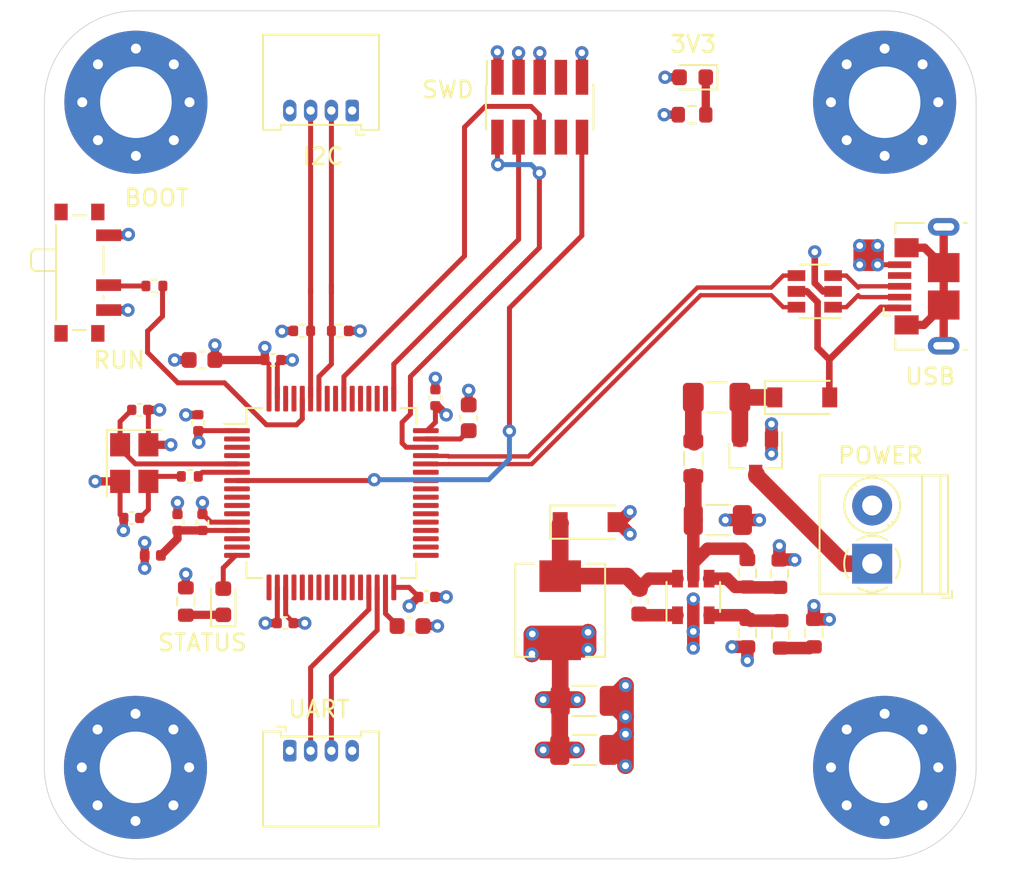
<source format=kicad_pcb>
(kicad_pcb (version 20211014) (generator pcbnew)
  (layers (0 "F.Cu" signal) (1 "In1.Cu" power) (2 "In2.Cu" power) (31 "B.Cu" signal) (34 "B.Paste" user) (35 "F.Paste" user) (36 "B.SilkS" user "B.Silkscreen") (37 "F.SilkS" user "F.Silkscreen") (38 "B.Mask" user) (39 "F.Mask" user) (44 "Edge.Cuts" user))
  (net 0 "")
  (net 1 "BUCK_IN")
  (net 2 "GND")
  (net 3 "+3V3")
  (net 4 "BUCK_SW")
  (net 5 "BUCK_BST")
  (net 6 "+3.3VA")
  (net 7 "Net-(C13-Pad1)")
  (net 8 "Net-(C14-Pad1)")
  (net 9 "HSE_IN")
  (net 10 "Net-(C16-Pad1)")
  (net 11 "+5V")
  (net 12 "Net-(D1-Pad1)")
  (net 13 "Net-(D3-Pad1)")
  (net 14 "LED_STATUS")
  (net 15 "Net-(D4-Pad1)")
  (net 16 "Net-(F1-Pad1)")
  (net 17 "+12V")
  (net 18 "SWDIO")
  (net 19 "SWCLK")
  (net 20 "SWO")
  (net 21 "Net-(J2-Pad7)")
  (net 22 "Net-(J2-Pad8)")
  (net 23 "NRST")
  (net 24 "I2C1_SDA")
  (net 25 "I2C1_SCL")
  (net 26 "USART3_TX")
  (net 27 "USART3_RX")
  (net 28 "Net-(J5-Pad6)")
  (net 29 "USB_CONN_D-")
  (net 30 "Net-(J5-Pad4)")
  (net 31 "USB_CONN_D+")
  (net 32 "BUCK_EN")
  (net 33 "BUCK_FB")
  (net 34 "Net-(R4-Pad2)")
  (net 35 "Net-(R7-Pad1)")
  (net 36 "BOOT0")
  (net 37 "HSE_OUT")
  (net 38 "Net-(U2-Pad2)")
  (net 39 "Net-(U2-Pad3)")
  (net 40 "Net-(U2-Pad4)")
  (net 41 "Net-(U2-Pad8)")
  (net 42 "Net-(U2-Pad9)")
  (net 43 "Net-(U2-Pad10)")
  (net 44 "Net-(U2-Pad11)")
  (net 45 "Net-(U2-Pad14)")
  (net 46 "Net-(U2-Pad15)")
  (net 47 "Net-(U2-Pad17)")
  (net 48 "Net-(U2-Pad20)")
  (net 49 "Net-(U2-Pad21)")
  (net 50 "Net-(U2-Pad22)")
  (net 51 "Net-(U2-Pad23)")
  (net 52 "Net-(U2-Pad24)")
  (net 53 "Net-(U2-Pad25)")
  (net 54 "Net-(U2-Pad26)")
  (net 55 "Net-(U2-Pad27)")
  (net 56 "Net-(U2-Pad28)")
  (net 57 "Net-(U2-Pad33)")
  (net 58 "Net-(U2-Pad34)")
  (net 59 "Net-(U2-Pad35)")
  (net 60 "Net-(U2-Pad36)")
  (net 61 "Net-(U2-Pad37)")
  (net 62 "Net-(U2-Pad38)")
  (net 63 "Net-(U2-Pad39)")
  (net 64 "Net-(U2-Pad40)")
  (net 65 "Net-(U2-Pad41)")
  (net 66 "Net-(U2-Pad42)")
  (net 67 "Net-(U2-Pad43)")
  (net 68 "USB_D-")
  (net 69 "USB_D+")
  (net 70 "Net-(U2-Pad50)")
  (net 71 "Net-(U2-Pad51)")
  (net 72 "Net-(U2-Pad52)")
  (net 73 "Net-(U2-Pad53)")
  (net 74 "Net-(U2-Pad54)")
  (net 75 "Net-(U2-Pad56)")
  (net 76 "Net-(U2-Pad57)")
  (net 77 "Net-(U2-Pad61)")
  (net 78 "Net-(U2-Pad62)")
  (footprint "Capacitor_SMD:C_1206_3216Metric" (layer "F.Cu") (at 119.475 72.625)
    (fp_text reference "C1")
    (fp_text value "10u")
  )
  (footprint "Capacitor_SMD:C_1206_3216Metric" (layer "F.Cu") (at 111.475 83.5)
    (fp_text reference "C2")
    (fp_text value "10u")
  )
  (footprint "Capacitor_SMD:C_1206_3216Metric" (layer "F.Cu") (at 111.45 86.45)
    (fp_text reference "C3")
    (fp_text value "10u")
  )
  (footprint "Capacitor_SMD:C_0603_1608Metric" (layer "F.Cu") (at 88.475 63 180)
    (fp_text reference "C5")
    (fp_text value "4u7")
  )
  (footprint "Capacitor_SMD:C_0402_1005Metric" (layer "F.Cu") (at 88.25 66.77 90)
    (fp_text reference "C6")
    (fp_text value "100n")
  )
  (footprint "Capacitor_SMD:C_0402_1005Metric" (layer "F.Cu") (at 93.47 78.825 180)
    (fp_text reference "C7")
    (fp_text value "100n")
  )
  (footprint "Capacitor_SMD:C_0402_1005Metric" (layer "F.Cu") (at 101.98 77.25)
    (fp_text reference "C8")
    (fp_text value "100n")
  )
  (footprint "Capacitor_SMD:C_0402_1005Metric" (layer "F.Cu") (at 102.5 65.27 90)
    (fp_text reference "C9")
    (fp_text value "100n")
  )
  (footprint "Capacitor_SMD:C_0402_1005Metric" (layer "F.Cu") (at 92.73 63)
    (fp_text reference "C10")
    (fp_text value "100n")
  )
  (footprint "Capacitor_SMD:C_0402_1005Metric" (layer "F.Cu") (at 87 72.77 90)
    (fp_text reference "C11")
    (fp_text value "1u")
  )
  (footprint "Capacitor_SMD:C_0402_1005Metric" (layer "F.Cu") (at 88.5 72.77 90)
    (fp_text reference "C12")
    (fp_text value "10n")
  )
  (footprint "Capacitor_SMD:C_0603_1608Metric" (layer "F.Cu") (at 100.975 79)
    (fp_text reference "C13")
    (fp_text value "2u2")
  )
  (footprint "Capacitor_SMD:C_0402_1005Metric" (layer "F.Cu") (at 84.73 66)
    (fp_text reference "C15")
    (fp_text value "12p")
  )
  (footprint "Diode_SMD:D_SOD-123" (layer "F.Cu") (at 124.55 65.25)
    (fp_text reference "D1")
    (fp_text value "B5819W")
  )
  (footprint "LED_SMD:LED_0603_1608Metric" (layer "F.Cu") (at 89.75 77.5375 90)
    (fp_text reference "D4")
    (fp_text value "BLUE")
  )
  (footprint "Inductor_SMD:L_0805_2012Metric" (layer "F.Cu") (at 118 68.9375 90)
    (fp_text reference "FB1")
    (fp_text value "600 @ 600 MHz")
  )
  (footprint "MountingHole:MountingHole_4.3mm_M4_Pad_Via" (layer "F.Cu") (at 84.5 47.5)
    (fp_text reference "H1")
    (fp_text value "MountingHole_Pad")
  )
  (footprint "MountingHole:MountingHole_4.3mm_M4_Pad_Via" (layer "F.Cu") (at 129.5 47.5)
    (fp_text reference "H2")
    (fp_text value "MountingHole_Pad")
  )
  (footprint "MountingHole:MountingHole_4.3mm_M4_Pad_Via" (layer "F.Cu") (at 129.5 87.5)
    (fp_text reference "H3")
    (fp_text value "MountingHole_Pad")
  )
  (footprint "TerminalBlock_Phoenix:TerminalBlock_Phoenix_PT-1,5-2-3.5-H_1x02_P3.50mm_Horizontal" (layer "F.Cu") (at 128.75 75.25 90)
    (fp_text reference "J1")
    (fp_text value "Screw_Terminal_01x02")
  )
  (footprint "Connector_Molex:Molex_PicoBlade_53048-0410_1x04_P1.25mm_Horizontal" (layer "F.Cu") (at 93.75 86.5)
    (fp_text reference "J4")
    (fp_text value "Conn_01x04")
  )
  (footprint "Inductor_SMD:L_Sunlord_MWSA0518_5.4x5.2mm" (layer "F.Cu") (at 110 78.05 -90)
    (fp_text reference "L1")
    (fp_text value "10u")
  )
  (footprint "Inductor_SMD:L_0402_1005Metric" (layer "F.Cu") (at 85.515 74.75)
    (fp_text reference "L2")
    (fp_text value "39n")
  )
  (footprint "Resistor_SMD:R_0603_1608Metric" (layer "F.Cu") (at 121.25 75.825 -90)
    (fp_text reference "R1")
    (fp_text value "100k")
  )
  (footprint "Resistor_SMD:R_0603_1608Metric" (layer "F.Cu") (at 123.175 75.85 90)
    (fp_text reference "R2")
    (fp_text value "68k")
  )
  (footprint "Resistor_SMD:R_0603_1608Metric" (layer "F.Cu") (at 121.25 79.425 90)
    (fp_text reference "R3")
    (fp_text value "47k")
  )
  (footprint "Resistor_SMD:R_0603_1608Metric" (layer "F.Cu") (at 125.25 79.425 90)
    (fp_text reference "R5")
    (fp_text value "270")
  )
  (footprint "Resistor_SMD:R_0402_1005Metric" (layer "F.Cu") (at 85.61 58.55)
    (fp_text reference "R7")
    (fp_text value "10k")
  )
  (footprint "Resistor_SMD:R_0402_1005Metric" (layer "F.Cu") (at 87.74 70 180)
    (fp_text reference "R8")
    (fp_text value "47")
  )
  (footprint "Resistor_SMD:R_0603_1608Metric" (layer "F.Cu") (at 87.5 77.525 -90)
    (fp_text reference "R9")
    (fp_text value "1K5")
  )
  (footprint "Resistor_SMD:R_0402_1005Metric" (layer "F.Cu") (at 94.49 61.25)
    (fp_text reference "R11")
    (fp_text value "2k2")
  )
  (footprint "Button_Switch_SMD:SW_SPDT_PCM12" (layer "F.Cu") (at 81.43 57.75 -90)
    (fp_text reference "SW1")
    (fp_text value "SW_SPDT")
  )
  (footprint "Package_TO_SOT_SMD:SOT-23-6" (layer "F.Cu") (at 118 77.25 90)
    (fp_text reference "U1")
    (fp_text value "MP2359DJ-LF-Z")
  )
  (footprint "Package_TO_SOT_SMD:SOT-23-6" (layer "F.Cu") (at 125.3 58.875 180)
    (fp_text reference "U3")
    (fp_text value "USBLC6-2SC6")
  )
  (footprint "Fuse:Fuse_1206_3216Metric" (layer "F.Cu") (at 119.4 65.25)
    (fp_text reference "F1")
    (fp_text value "250 mA")
  )
  (footprint "Package_TO_SOT_SMD:SOT-23" (layer "F.Cu") (at 121.75 68.75 -90)
    (fp_text reference "Q1")
    (fp_text value "AO3401A")
  )
  (footprint "Capacitor_SMD:C_0603_1608Metric" (layer "F.Cu") (at 114.75 77.5 90)
    (fp_text reference "C4")
    (fp_text value "10n")
  )
  (footprint "Resistor_SMD:R_0603_1608Metric" (layer "F.Cu") (at 123.25 79.5 -90)
    (fp_text reference "R4")
    (fp_text value "15k")
  )
  (footprint "Capacitor_SMD:C_0402_1005Metric" (layer "F.Cu") (at 84.25 72.5 180)
    (fp_text reference "C16")
    (fp_text value "12p")
  )
  (footprint "Crystal:Crystal_SMD_3225-4Pin_3.2x2.5mm" (layer "F.Cu") (at 84.4 69.2 -90)
    (fp_text reference "Y1")
    (fp_text value "16 MHz")
  )
  (footprint "Capacitor_SMD:C_0603_1608Metric" (layer "F.Cu") (at 104.5 66.475 90)
    (fp_text reference "C14")
    (fp_text value "2u2")
  )
  (footprint "Resistor_SMD:R_0603_1608Metric" (layer "F.Cu") (at 117.925 48.25 180)
    (fp_text reference "R6")
    (fp_text value "1k")
  )
  (footprint "LED_SMD:LED_0603_1608Metric" (layer "F.Cu") (at 117.9625 46 180)
    (fp_text reference "D3")
    (fp_text value "RED")
  )
  (footprint "Connector_Molex:Molex_PicoBlade_53048-0410_1x04_P1.25mm_Horizontal" (layer "F.Cu") (at 97.5 48 180)
    (fp_text reference "J3")
    (fp_text value "Conn_01x04")
  )
  (footprint "Connector_PinSocket_1.27mm:PinSocket_2x05_P1.27mm_Vertical_SMD" (layer "F.Cu") (at 108.77 47.8 90)
    (fp_text reference "J2")
    (fp_text value "SWD")
  )
  (footprint "MountingHole:MountingHole_4.3mm_M4_Pad_Via" (layer "F.Cu") (at 84.475 87.5)
    (fp_text reference "H4")
    (fp_text value "MountingHole_Pad")
  )
  (footprint "Package_QFP:LQFP-64_10x10mm_P0.5mm" (layer "F.Cu") (at 96.25 71)
    (fp_text reference "U2")
    (fp_text value "STM32F405RGT6")
  )
  (footprint "Resistor_SMD:R_0402_1005Metric" (layer "F.Cu") (at 96.76 61.25 180)
    (fp_text reference "R10")
    (fp_text value "2k2")
  )
  (footprint "Diode_SMD:D_SOD-123" (layer "F.Cu") (at 111.65 72.75)
    (fp_text reference "D2")
    (fp_text value "B5819W")
  )
  (footprint "Connector_USB:USB_Micro-B_GCT_USB3076-30-A" (layer "F.Cu") (at 131.85 58.57 90)
    (fp_text reference "J5")
    (fp_text value "USB_B_Micro")
  )
  (gr_line (start 79 87.5) (end 79 47.5) (layer "Edge.Cuts") (width 0.05))
  (gr_arc (start 129.5 42) (mid 133.389087 43.610913) (end 135 47.5) (layer "Edge.Cuts") (width 0.05))
  (gr_arc (start 79 47.5) (mid 80.610913 43.610913) (end 84.5 42) (layer "Edge.Cuts") (width 0.05))
  (gr_line (start 135 47.5) (end 135 87.5) (layer "Edge.Cuts") (width 0.05))
  (gr_arc (start 135 87.5) (mid 133.389087 91.389087) (end 129.5 93) (layer "Edge.Cuts") (width 0.05))
  (gr_line (start 129.5 93) (end 84.5 93) (layer "Edge.Cuts") (width 0.05))
  (gr_arc (start 84.5 93) (mid 80.610913 91.389087) (end 79 87.5) (layer "Edge.Cuts") (width 0.05))
  (gr_line (start 84.5 42) (end 129.5 42) (layer "Edge.Cuts") (width 0.05))
  (gr_text "UART" (at 95.5 84) (layer "F.SilkS") (effects (font (size 1 1))))
  (gr_text "USB" (at 132.25 64) (layer "F.SilkS") (effects (font (size 1 1))))
  (gr_text "POWER" (at 129.25 68.75) (layer "F.SilkS") (effects (font (size 1 1))))
  (gr_text "SWD" (at 103.25 46.75) (layer "F.SilkS") (effects (font (size 1 1))))
  (gr_text "BOOT" (at 85.75 53.25) (layer "F.SilkS") (effects (font (size 1 1))))
  (gr_text "3V3" (at 118 44) (layer "F.SilkS") (effects (font (size 1 1))))
  (gr_text "STATUS" (at 88.5 80) (layer "F.SilkS") (effects (font (size 1 1))))
  (gr_text "RUN" (at 83.5 63) (layer "F.SilkS") (effects (font (size 1 1))))
  (gr_text "I2C" (at 95.75 50.75) (layer "F.SilkS") (effects (font (size 1 1))))
  (segment (start 121.25 74.6) (end 121 74.35) (width 0.75) (layer "F.Cu") (net 1))
  (segment (start 121 74.35) (end 118.859998 74.35) (width 0.75) (layer "F.Cu") (net 1))
  (segment (start 118 70) (end 118 72.525) (width 1) (layer "F.Cu") (net 1))
  (segment (start 118.859998 74.35) (end 118.059998 75.15) (width 0.75) (layer "F.Cu") (net 1))
  (segment (start 118 76.15) (end 118 75.15) (width 0.75) (layer "F.Cu") (net 1))
  (segment (start 121.25 75) (end 121.25 74.6) (width 0.75) (layer "F.Cu") (net 1))
  (segment (start 118 70.025) (end 118.025 70) (width 0.75) (layer "F.Cu") (net 1))
  (segment (start 118 72.525) (end 118.075 72.6) (width 1) (layer "F.Cu") (net 1))
  (segment (start 118.059998 75.15) (end 118 75.15) (width 0.75) (layer "F.Cu") (net 1))
  (segment (start 118 75.15) (end 118 72.675) (width 0.75) (layer "F.Cu") (net 1))
  (segment (start 93.25 63) (end 93.25 63) (width 0.3) (layer "F.Cu") (net 2))
  (segment (start 85.25 66) (end 85.25 66) (width 0.3) (layer "F.Cu") (net 2))
  (segment (start 83.75 72.5) (end 83.75 72.5) (width 0.3) (layer "F.Cu") (net 2))
  (segment (start 88.5 72.25) (end 88.5 72.25) (width 0.3) (layer "F.Cu") (net 2))
  (segment (start 93 76.675) (end 93 78.75) (width 0.3) (layer "F.Cu") (net 2))
  (segment (start 108.77 46) (end 108.77 44.53) (width 0.5) (layer "F.Cu") (net 2))
  (segment (start 125.25 77.775) (end 125.25 78.6) (width 0.75) (layer "F.Cu") (net 2))
  (segment (start 129.08 57.27) (end 129.075 57.275) (width 0.3) (layer "F.Cu") (net 2))
  (segment (start 104.5 65.7) (end 104.5 64.825) (width 0.5) (layer "F.Cu") (net 2))
  (segment (start 118 77.375) (end 118 78.35) (width 0.75) (layer "F.Cu") (net 2))
  (segment (start 126.4 58.875) (end 125.802831 58.875) (width 0.4) (layer "F.Cu") (net 2))
  (segment (start 92.99 78.825) (end 92.275 78.825) (width 0.5) (layer "F.Cu") (net 2))
  (segment (start 122.7 66.85) (end 122.7 67.75) (width 0.75) (layer "F.Cu") (net 2))
  (segment (start 83.77 73.23) (end 83.75 73.25) (width 0.5) (layer "F.Cu") (net 2))
  (segment (start 88.50298 72.25) (end 88.5 72.25) (width 0.3) (layer "F.Cu") (net 2))
  (segment (start 129.075 57.2) (end 128 56.125) (width 0.75) (layer "F.Cu") (net 2))
  (segment (start 128 57.275) (end 128 56.125) (width 0.75) (layer "F.Cu") (net 2))
  (segment (start 83.55 70.3) (end 83.55 72.3) (width 0.3) (layer "F.Cu") (net 2))
  (segment (start 85.25 68.1) (end 85.25 66) (width 0.3) (layer "F.Cu") (net 2))
  (segment (start 130.4 57.27) (end 129.08 57.27) (width 0.3) (layer "F.Cu") (net 2))
  (segment (start 87 72.275) (end 87.025 72.3) (width 0.5) (layer "F.Cu") (net 2))
  (segment (start 89.00298 72.75) (end 88.50298 72.25) (width 0.3) (layer "F.Cu") (net 2))
  (segment (start 102.46 77.25) (end 103.15 77.25) (width 0.5) (layer "F.Cu") (net 2))
  (segment (start 111.31 44.535) (end 111.3 44.525) (width 0.5) (layer "F.Cu") (net 2))
  (segment (start 129.075 56.125) (end 129.075 57.275) (width 0.75) (layer "F.Cu") (net 2))
  (segment (start 87 72.29) (end 87 71.575) (width 0.5) (layer "F.Cu") (net 2))
  (segment (start 123.175 74.175) (end 123.175 75) (width 0.75) (layer "F.Cu") (net 2))
  (segment (start 129.075 57.275) (end 129.075 57.2) (width 0.75) (layer "F.Cu") (net 2))
  (segment (start 113.925 85.5) (end 113.925 87.4) (width 1) (layer "F.Cu") (net 2))
  (segment (start 128 57.275) (end 128 57.2) (width 0.75) (layer "F.Cu") (net 2))
  (segment (start 112.95 83.5) (end 112.975 83.5) (width 1) (layer "F.Cu") (net 2))
  (segment (start 87.5 66.3) (end 88.25 66.3) (width 0.5) (layer "F.Cu") (net 2))
  (segment (start 113.575 72.85) (end 114.2 73.475) (width 0.75) (layer "F.Cu") (net 2))
  (segment (start 107.5 46) (end 107.5 44.525) (width 0.5) (layer "F.Cu") (net 2))
  (segment (start 101.75 79) (end 102.625 79) (width 0.5) (layer "F.Cu") (net 2))
  (segment (start 113.925 82.575) (end 113.925 84.45) (width 1) (layer "F.Cu") (net 2))
  (segment (start 122.7 67.75) (end 122.7 68.65) (width 0.75) (layer "F.Cu") (net 2))
  (segment (start 88.5 72.29) (end 88.5 71.575) (width 0.5) (layer "F.Cu") (net 2))
  (segment (start 85.25 68.1) (end 86.6 68.1) (width 0.5) (layer "F.Cu") (net 2))
  (segment (start 117.1 48.25) (end 116.25 48.25) (width 0.5) (layer "F.Cu") (net 2))
  (segment (start 129.075 57.275) (end 128 57.275) (width 0.75) (layer "F.Cu") (net 2))
  (segment (start 111.31 46) (end 111.31 44.535) (width 0.5) (layer "F.Cu") (net 2))
  (segment (start 114.2 72.125) (end 113.575 72.75) (width 0.75) (layer "F.Cu") (net 2))
  (segment (start 129.075 57.275) (end 129.165 57.275) (width 0.5) (layer "F.Cu") (net 2))
  (segment (start 125.802831 58.875) (end 125.3 58.372169) (width 0.4) (layer "F.Cu") (net 2))
  (segment (start 112.975 83.5) (end 113.925 84.45) (width 1) (layer "F.Cu") (net 2))
  (segment (start 93 63.25) (end 93.25 63) (width 0.3) (layer "F.Cu") (net 2))
  (segment (start 125.3 58.372169) (end 125.3 56.5) (width 0.4) (layer "F.Cu") (net 2))
  (segment (start 108.77 44.53) (end 108.775 44.525) (width 0.5) (layer "F.Cu") (net 2))
  (segment (start 93.21 63) (end 93.9 63) (width 0.5) (layer "F.Cu") (net 2))
  (segment (start 112.925 86.45) (end 112.975 86.45) (width 1) (layer "F.Cu") (net 2))
  (segment (start 82.86 60) (end 84.025 60) (width 0.5) (layer "F.Cu") (net 2))
  (segment (start 113 83.5) (end 113.925 82.575) (width 1) (layer "F.Cu") (net 2))
  (segment (start 118 78.35) (end 118 79.325) (width 0.75) (layer "F.Cu") (net 2))
  (segment (start 124.075 75) (end 124.1 75.025) (width 0.75) (layer "F.Cu") (net 2))
  (segment (start 93 65.325) (end 93 63.25) (width 0.3) (layer "F.Cu") (net 2))
  (segment (start 85.925 66) (end 85.25 66) (width 0.5) (layer "F.Cu") (net 2))
  (segment (start 121.975 72.625) (end 121.025 72.625) (width 0.75) (layer "F.Cu") (net 2))
  (segment (start 83.77 72.5) (end 83.77 73.23) (width 0.5) (layer "F.Cu") (net 2))
  (segment (start 90.575 72.75) (end 89.00298 72.75) (width 0.3) (layer "F.Cu") (net 2))
  (segment (start 123.175 75) (end 124.075 75) (width 0.75) (layer "F.Cu") (net 2))
  (segment (start 87.5 76.7) (end 87.5 75.875) (width 0.5) (layer "F.Cu") (net 2))
  (segment (start 113.575 72.75) (end 113.575 72.85) (width 0.75) (layer "F.Cu") (net 2))
  (segment (start 113.925 84.45) (end 113.925 85.5) (width 1) (layer "F.Cu") (net 2))
  (segment (start 83.55 70.3) (end 82.05 70.3) (width 0.5) (layer "F.Cu") (net 2))
  (segment (start 118 79.325) (end 118 80.325) (width 0.75) (layer "F.Cu") (net 2))
  (segment (start 121.025 72.625) (end 119.925 72.625) (width 0.75) (layer "F.Cu") (net 2))
  (segment (start 102.5 64.79) (end 102.5 64.1) (width 0.5) (layer "F.Cu") (net 2))
  (segment (start 125.25 78.6) (end 126.175 78.6) (width 0.75) (layer "F.Cu") (net 2))
  (segment (start 112.975 86.45) (end 113.925 85.5) (width 1) (layer "F.Cu") (net 2))
  (segment (start 128 56.125) (end 129.075 56.125) (width 0.75) (layer "F.Cu") (net 2))
  (segment (start 87.7 63) (end 86.825 63) (width 0.5) (layer "F.Cu") (net 2))
  (segment (start 83.55 72.3) (end 83.75 72.5) (width 0.3) (layer "F.Cu") (net 2))
  (segment (start 128 57.2) (end 129.075 56.125) (width 0.75) (layer "F.Cu") (net 2))
  (segment (start 112.95 83.5) (end 113 83.5) (width 1) (layer "F.Cu") (net 2))
  (via (at 116.25 48.25) (size 0.8) (drill 0.4) (layers "F.Cu" "B.Cu") (net 2))
  (via (at 129.075 57.275) (size 0.8) (drill 0.4) (layers "F.Cu" "B.Cu") (net 2))
  (via (at 128 57.275) (size 0.8) (drill 0.4) (layers "F.Cu" "B.Cu") (net 2))
  (via (at 128 56.125) (size 0.8) (drill 0.4) (layers "F.Cu" "B.Cu") (net 2))
  (via (at 129.075 56.125) (size 0.8) (drill 0.4) (layers "F.Cu" "B.Cu") (net 2))
  (via (at 119.925 72.625) (size 0.8) (drill 0.4) (layers "F.Cu" "B.Cu") (net 2))
  (via (at 121.975 72.625) (size 0.8) (drill 0.4) (layers "F.Cu" "B.Cu") (net 2))
  (via (at 122.7 66.85) (size 0.8) (drill 0.4) (layers "F.Cu" "B.Cu") (net 2))
  (via (at 122.7 68.65) (size 0.8) (drill 0.4) (layers "F.Cu" "B.Cu") (net 2))
  (via (at 123.175 74.175) (size 0.8) (drill 0.4) (layers "F.Cu" "B.Cu") (net 2))
  (via (at 124.1 75.025) (size 0.8) (drill 0.4) (layers "F.Cu" "B.Cu") (net 2))
  (via (at 125.25 77.775) (size 0.8) (drill 0.4) (layers "F.Cu" "B.Cu") (net 2))
  (via (at 126.175 78.6) (size 0.8) (drill 0.4) (layers "F.Cu" "B.Cu") (net 2))
  (via (at 113.925 82.575) (size 0.8) (drill 0.4) (layers "F.Cu" "B.Cu") (net 2))
  (via (at 113.925 84.45) (size 0.8) (drill 0.4) (layers "F.Cu" "B.Cu") (net 2))
  (via (at 113.925 85.5) (size 0.8) (drill 0.4) (layers "F.Cu" "B.Cu") (net 2))
  (via (at 113.925 87.4) (size 0.8) (drill 0.4) (layers "F.Cu" "B.Cu") (net 2))
  (via (at 113.925 87.4) (size 0.8) (drill 0.4) (layers "F.Cu" "B.Cu") (net 2))
  (via (at 118 79.325) (size 0.8) (drill 0.4) (layers "F.Cu" "B.Cu") (net 2))
  (via (at 118 80.325) (size 0.8) (drill 0.4) (layers "F.Cu" "B.Cu") (net 2))
  (via (at 118 77.375) (size 0.8) (drill 0.4) (layers "F.Cu" "B.Cu") (net 2))
  (via (at 114.2 73.475) (size 0.8) (drill 0.4) (layers "F.Cu" "B.Cu") (net 2))
  (via (at 87.5 66.3) (size 0.8) (drill 0.4) (layers "F.Cu" "B.Cu") (net 2))
  (via (at 108.775 44.525) (size 0.8) (drill 0.4) (layers "F.Cu" "B.Cu") (net 2))
  (via (at 86.6 68.1) (size 0.8) (drill 0.4) (layers "F.Cu" "B.Cu") (net 2))
  (via (at 82.05 70.3) (size 0.8) (drill 0.4) (layers "F.Cu" "B.Cu") (net 2))
  (via (at 125.3 56.5) (size 0.8) (drill 0.4) (layers "F.Cu" "B.Cu") (net 2))
  (via (at 85.925 66) (size 0.8) (drill 0.4) (layers "F.Cu" "B.Cu") (net 2))
  (via (at 84.025 60) (size 0.8) (drill 0.4) (layers "F.Cu" "B.Cu") (net 2))
  (via (at 92.275 78.825) (size 0.8) (drill 0.4) (layers "F.Cu" "B.Cu") (net 2))
  (via (at 88.5 71.575) (size 0.8) (drill 0.4) (layers "F.Cu" "B.Cu") (net 2))
  (via (at 114.2 72.125) (size 0.8) (drill 0.4) (layers "F.Cu" "B.Cu") (net 2))
  (via (at 103.15 77.25) (size 0.8) (drill 0.4) (layers "F.Cu" "B.Cu") (net 2))
  (via (at 83.75 73.25) (size 0.8) (drill 0.4) (layers "F.Cu" "B.Cu") (net 2))
  (via (at 93.9 63) (size 0.8) (drill 0.4) (layers "F.Cu" "B.Cu") (net 2))
  (via (at 86.825 63) (size 0.8) (drill 0.4) (layers "F.Cu" "B.Cu") (net 2))
  (via (at 87 71.575) (size 0.8) (drill 0.4) (layers "F.Cu" "B.Cu") (net 2))
  (via (at 87.5 75.875) (size 0.8) (drill 0.4) (layers "F.Cu" "B.Cu") (net 2))
  (via (at 102.625 79) (size 0.8) (drill 0.4) (layers "F.Cu" "B.Cu") (net 2))
  (via (at 104.5 64.825) (size 0.8) (drill 0.4) (layers "F.Cu" "B.Cu") (net 2))
  (via (at 102.5 64.1) (size 0.8) (drill 0.4) (layers "F.Cu" "B.Cu") (net 2))
  (via (at 111.3 44.525) (size 0.8) (drill 0.4) (layers "F.Cu" "B.Cu") (net 2))
  (via (at 107.5 44.525) (size 0.8) (drill 0.4) (layers "F.Cu" "B.Cu") (net 2))
  (segment (start 92.25 63) (end 92.25 63) (width 0.3) (layer "F.Cu") (net 3))
  (segment (start 101.5 77.25) (end 101.5 77.25) (width 0.3) (layer "F.Cu") (net 3))
  (segment (start 94 78.75) (end 94 78.75) (width 0.3) (layer "F.Cu") (net 3))
  (segment (start 88.5 67.25) (end 88.5 67.25) (width 0.3) (layer "F.Cu") (net 3))
  (segment (start 89.25 63) (end 89.25 63) (width 0.5) (layer "F.Cu") (net 3))
  (segment (start 110 80.1) (end 110 80.1) (width 1) (layer "F.Cu") (net 3))
  (segment (start 110 80.1) (end 110 83.15) (width 1) (layer "F.Cu") (net 3))
  (segment (start 110 83.15) (end 110 83.425) (width 1) (layer "F.Cu") (net 3))
  (segment (start 109.975 83.55) (end 109.975 83.55) (width 1) (layer "F.Cu") (net 3))
  (segment (start 109.975 85.675) (end 109.975 83.55) (width 1) (layer "F.Cu") (net 3))
  (segment (start 109.975 86.45) (end 109.975 85.675) (width 1) (layer "F.Cu") (net 3))
  (segment (start 117.175 46) (end 116.3 46) (width 0.5) (layer "F.Cu") (net 3))
  (segment (start 110 80.1) (end 108.875 80.1) (width 1) (layer "F.Cu") (net 3))
  (segment (start 108.3 80.675) (end 108.3 79.5) (width 1) (layer "F.Cu") (net 3))
  (segment (start 110 80.1) (end 108.95 80.1) (width 1) (layer "F.Cu") (net 3))
  (segment (start 108.975 86.45) (end 110.975 86.45) (width 1) (layer "F.Cu") (net 3))
  (segment (start 100.925 76.675) (end 101.5 77.25) (width 0.3) (layer "F.Cu") (net 3))
  (segment (start 110.95 80.1) (end 111.675 79.375) (width 1) (layer "F.Cu") (net 3))
  (segment (start 85.03 74.75) (end 85.03 73.98) (width 0.5) (layer "F.Cu") (net 3))
  (segment (start 108.95 80.1) (end 108.325 79.475) (width 1) (layer "F.Cu") (net 3))
  (segment (start 102.5 66.75) (end 102 67.25) (width 0.3) (layer "F.Cu") (net 3))
  (segment (start 102.5 65.75) (end 102.5 66.75) (width 0.3) (layer "F.Cu") (net 3))
  (segment (start 108.875 80.1) (end 108.3 80.675) (width 1) (layer "F.Cu") (net 3))
  (segment (start 90.575 67.25) (end 88.5 67.25) (width 0.3) (layer "F.Cu") (net 3))
  (segment (start 106.23 46) (end 106.23 44.48) (width 0.5) (layer "F.Cu") (net 3))
  (segment (start 102.5 65.75) (end 102.6 65.75) (width 0.5) (layer "F.Cu") (net 3))
  (segment (start 92.25 63) (end 89.25 63) (width 0.5) (layer "F.Cu") (net 3))
  (segment (start 93.91798 78.75) (end 94 78.75) (width 0.3) (layer "F.Cu") (net 3))
  (segment (start 93.3 61.25) (end 93.275 61.275) (width 0.5) (layer "F.Cu") (net 3))
  (segment (start 92.5 65.325) (end 92.5 63.25) (width 0.3) (layer "F.Cu") (net 3))
  (segment (start 82.86 55.5) (end 84 55.5) (width 0.5) (layer "F.Cu") (net 3))
  (segment (start 120.325 80.25) (end 121.25 80.25) (width 0.75) (layer "F.Cu") (net 3))
  (segment (start 108.3 79.5) (end 108.325 79.475) (width 1) (layer "F.Cu") (net 3))
  (segment (start 111.675 80.4) (end 108.575 80.4) (width 1) (layer "F.Cu") (net 3))
  (segment (start 110 80.1) (end 110 80.1) (width 1) (layer "F.Cu") (net 3))
  (segment (start 101.5 77.25) (end 101.475 77.25) (width 0.5) (layer "F.Cu") (net 3))
  (segment (start 111.675 79.375) (end 111.675 80.4) (width 1) (layer "F.Cu") (net 3))
  (segment (start 97.27 61.25) (end 97.975 61.25) (width 0.5) (layer "F.Cu") (net 3))
  (segment (start 85.03 75.52) (end 85.025 75.525) (width 0.5) (layer "F.Cu") (net 3))
  (segment (start 110 80.1) (end 111.375 80.1) (width 1) (layer "F.Cu") (net 3))
  (segment (start 85.03 74.75) (end 85.03 75.52) (width 0.5) (layer "F.Cu") (net 3))
  (segment (start 110.975 86.45) (end 109.975 86.45) (width 1) (layer "F.Cu") (net 3))
  (segment (start 100 76.675) (end 100.925 76.675) (width 0.3) (layer "F.Cu") (net 3))
  (segment (start 109.975 83.55) (end 110 83.525) (width 1) (layer "F.Cu") (net 3))
  (segment (start 108.975 83.425) (end 111.025 83.425) (width 1) (layer "F.Cu") (net 3))
  (segment (start 92.5 63.25) (end 92.25 63) (width 0.3) (layer "F.Cu") (net 3))
  (segment (start 108.975 83.425) (end 110 83.425) (width 1) (layer "F.Cu") (net 3))
  (segment (start 111.375 80.1) (end 111.675 80.4) (width 1) (layer "F.Cu") (net 3))
  (segment (start 110 80.1) (end 110.95 80.1) (width 1) (layer "F.Cu") (net 3))
  (segment (start 84 55.5) (end 84.05 55.45) (width 0.5) (layer "F.Cu") (net 3))
  (segment (start 93.98 61.25) (end 93.3 61.25) (width 0.5) (layer "F.Cu") (net 3))
  (segment (start 102.6 65.75) (end 103.15 66.3) (width 0.5) (layer "F.Cu") (net 3))
  (segment (start 108.975 86.45) (end 109.975 86.45) (width 1) (layer "F.Cu") (net 3))
  (segment (start 101.475 77.25) (end 100.925 77.8) (width 0.5) (layer "F.Cu") (net 3))
  (segment (start 89.25 63) (end 89.25 62.1) (width 0.5) (layer "F.Cu") (net 3))
  (segment (start 108.575 80.4) (end 108.3 80.675) (width 1) (layer "F.Cu") (net 3))
  (segment (start 111.025 83.425) (end 110 83.425) (width 1) (layer "F.Cu") (net 3))
  (segment (start 121.25 81.075) (end 121.25 80.25) (width 0.75) (layer "F.Cu") (net 3))
  (segment (start 108.325 79.475) (end 111.575 79.475) (width 1) (layer "F.Cu") (net 3))
  (segment (start 92.25 63) (end 92.25 62.25) (width 0.5) (layer "F.Cu") (net 3))
  (segment (start 93.5 76.675) (end 93.5 78.33202) (width 0.3) (layer "F.Cu") (net 3))
  (segment (start 106.23 44.48) (end 106.225 44.475) (width 0.5) (layer "F.Cu") (net 3))
  (segment (start 93.95 78.825) (end 94.65 78.825) (width 0.5) (layer "F.Cu") (net 3))
  (segment (start 88.25 67.925) (end 88.275 67.95) (width 0.5) (layer "F.Cu") (net 3))
  (segment (start 88.25 67.25) (end 88.25 67.925) (width 0.5) (layer "F.Cu") (net 3))
  (segment (start 93.5 78.33202) (end 93.91798 78.75) (width 0.3) (layer "F.Cu") (net 3))
  (segment (start 111.575 79.475) (end 111.675 79.375) (width 1) (layer "F.Cu") (net 3))
  (segment (start 109.975 86.45) (end 109.975 86.45) (width 1) (layer "F.Cu") (net 3))
  (segment (start 85.03 73.98) (end 85.025 73.975) (width 0.5) (layer "F.Cu") (net 3))
  (via (at 85.025 73.975) (size 0.8) (drill 0.4) (layers "F.Cu" "B.Cu") (net 3))
  (via (at 103.15 66.3) (size 0.8) (drill 0.4) (layers "F.Cu" "B.Cu") (net 3))
  (via (at 85.025 75.525) (size 0.8) (drill 0.4) (layers "F.Cu" "B.Cu") (net 3))
  (via (at 100.925 77.8) (size 0.8) (drill 0.4) (layers "F.Cu" "B.Cu") (net 3))
  (via (at 92.25 62.25) (size 0.8) (drill 0.4) (layers "F.Cu" "B.Cu") (net 3))
  (via (at 111.025 83.425) (size 0.8) (drill 0.4) (layers "F.Cu" "B.Cu") (net 3))
  (via (at 108.3 80.675) (size 0.8) (drill 0.4) (layers "F.Cu" "B.Cu") (net 3))
  (via (at 111.675 80.4) (size 0.8) (drill 0.4) (layers "F.Cu" "B.Cu") (net 3))
  (via (at 110.975 86.45) (size 0.8) (drill 0.4) (layers "F.Cu" "B.Cu") (net 3))
  (via (at 93.275 61.275) (size 0.8) (drill 0.4) (layers "F.Cu" "B.Cu") (net 3))
  (via (at 108.975 83.425) (size 0.8) (drill 0.4) (layers "F.Cu" "B.Cu") (net 3))
  (via (at 89.25 62.1) (size 0.8) (drill 0.4) (layers "F.Cu" "B.Cu") (net 3))
  (via (at 121.25 81.075) (size 0.8) (drill 0.4) (layers "F.Cu" "B.Cu") (net 3))
  (via (at 111.675 79.375) (size 0.8) (drill 0.4) (layers "F.Cu" "B.Cu") (net 3))
  (via (at 94.65 78.825) (size 0.8) (drill 0.4) (layers "F.Cu" "B.Cu") (net 3))
  (via (at 97.975 61.25) (size 0.8) (drill 0.4) (layers "F.Cu" "B.Cu") (net 3))
  (via (at 88.275 67.95) (size 0.8) (drill 0.4) (layers "F.Cu" "B.Cu") (net 3))
  (via (at 120.325 80.25) (size 0.8) (drill 0.4) (layers "F.Cu" "B.Cu") (net 3))
  (via (at 108.975 86.45) (size 0.8) (drill 0.4) (layers "F.Cu" "B.Cu") (net 3))
  (via (at 84.05 55.45) (size 0.8) (drill 0.4) (layers "F.Cu" "B.Cu") (net 3))
  (via (at 106.225 44.475) (size 0.8) (drill 0.4) (layers "F.Cu" "B.Cu") (net 3))
  (via (at 108.325 79.475) (size 0.8) (drill 0.4) (layers "F.Cu" "B.Cu") (net 3))
  (via (at 116.3 46) (size 0.8) (drill 0.4) (layers "F.Cu" "B.Cu") (net 3))
  (segment (start 114.025 76) (end 114.775 76.75) (width 1) (layer "F.Cu") (net 4))
  (segment (start 117.05 76.15) (end 115.325 76.15) (width 0.75) (layer "F.Cu") (net 4))
  (segment (start 110 72.85) (end 110.025 72.825) (width 1) (layer "F.Cu") (net 4))
  (segment (start 110 76) (end 114.025 76) (width 1) (layer "F.Cu") (net 4))
  (segment (start 110 76) (end 110 72.85) (width 1) (layer "F.Cu") (net 4))
  (segment (start 115.325 76.15) (end 114.7 76.775) (width 0.75) (layer "F.Cu") (net 4))
  (segment (start 117.05 78.35) (end 114.85 78.35) (width 0.75) (layer "F.Cu") (net 5))
  (segment (start 87 73.25) (end 88.5 73.25) (width 0.5) (layer "F.Cu") (net 6))
  (segment (start 87 73.75) (end 86 74.75) (width 0.5) (layer "F.Cu") (net 6))
  (segment (start 90.575 73.25) (end 88.5 73.25) (width 0.3) (layer "F.Cu") (net 6))
  (segment (start 87 73.25) (end 87 73.75) (width 0.5) (layer "F.Cu") (net 6))
  (segment (start 99.5 78.25) (end 100.25 79) (width 0.3) (layer "F.Cu") (net 7))
  (segment (start 99.5 76.675) (end 99.5 78.25) (width 0.3) (layer "F.Cu") (net 7))
  (segment (start 101.925 67.75) (end 104 67.75) (width 0.3) (layer "F.Cu") (net 8))
  (segment (start 104 67.75) (end 104.5 67.25) (width 0.3) (layer "F.Cu") (net 8))
  (segment (start 83.55 68.330002) (end 83.55 68.125) (width 0.3) (layer "F.Cu") (net 9))
  (segment (start 84.469998 69.25) (end 83.55 68.330002) (width 0.3) (layer "F.Cu") (net 9))
  (segment (start 90.575 69.25) (end 84.469998 69.25) (width 0.3) (layer "F.Cu") (net 9))
  (segment (start 83.55 68.1) (end 83.55 66.7) (width 0.3) (layer "F.Cu") (net 9))
  (segment (start 83.55 68.125) (end 83.575 68.125) (width 0.3) (layer "F.Cu") (net 9))
  (segment (start 83.55 66.7) (end 84.25 66) (width 0.3) (layer "F.Cu") (net 9))
  (segment (start 85.5 70) (end 85.25 70.25) (width 0.3) (layer "F.Cu") (net 10))
  (segment (start 85.25 72) (end 84.75 72.5) (width 0.3) (layer "F.Cu") (net 10))
  (segment (start 85.25 70.3) (end 85.25 72) (width 0.3) (layer "F.Cu") (net 10))
  (segment (start 87.23 70) (end 85.5 70) (width 0.3) (layer "F.Cu") (net 10))
  (segment (start 124.825002 58.875) (end 125.469999 59.519997) (width 0.4) (layer "F.Cu") (net 11))
  (segment (start 125.469999 59.519997) (end 125.469999 62.269999) (width 0.4) (layer "F.Cu") (net 11))
  (segment (start 130.4 59.87) (end 129.28 59.87) (width 0.4) (layer "F.Cu") (net 11))
  (segment (start 125.469999 62.269999) (end 126.175 62.975) (width 0.4) (layer "F.Cu") (net 11))
  (segment (start 126.175 62.975) (end 126.175 65.225) (width 0.4) (layer "F.Cu") (net 11))
  (segment (start 129.28 59.87) (end 126.175 62.975) (width 0.4) (layer "F.Cu") (net 11))
  (segment (start 124.2 58.875) (end 124.825002 58.875) (width 0.4) (layer "F.Cu") (net 11))
  (segment (start 122.8 65.25) (end 122.85 65.2) (width 1) (layer "F.Cu") (net 12))
  (segment (start 120.8 65.25) (end 122.8 65.25) (width 1) (layer "F.Cu") (net 12))
  (segment (start 120.8 67.75) (end 120.8 65.3) (width 1) (layer "F.Cu") (net 12))
  (segment (start 118.75 46) (end 118.75 48.25) (width 0.5) (layer "F.Cu") (net 13))
  (segment (start 89.75 75.5) (end 90.5 74.75) (width 0.3) (layer "F.Cu") (net 14))
  (segment (start 89.75 76.75) (end 89.75 75.5) (width 0.3) (layer "F.Cu") (net 14))
  (segment (start 87.575 78.325) (end 87.5 78.25) (width 0.5) (layer "F.Cu") (net 15))
  (segment (start 89.75 78.325) (end 87.575 78.325) (width 0.5) (layer "F.Cu") (net 15))
  (segment (start 118 67.9) (end 118.05 67.95) (width 1) (layer "F.Cu") (net 16))
  (segment (start 118 65.275) (end 118.025 65.25) (width 0.75) (layer "F.Cu") (net 16))
  (segment (start 118 65.25) (end 118 67.9) (width 1) (layer "F.Cu") (net 16))
  (segment (start 121.8 69.9) (end 121.8 69.925) (width 1) (layer "F.Cu") (net 17))
  (segment (start 128.75 75.25) (end 127.075 75.25) (width 1) (layer "F.Cu") (net 17))
  (segment (start 121.8 69.975) (end 121.8 69.875) (width 1) (layer "F.Cu") (net 17))
  (segment (start 121.8 69.875) (end 121.8 69.9) (width 1) (layer "F.Cu") (net 17))
  (segment (start 127.075 75.25) (end 121.8 69.975) (width 1) (layer "F.Cu") (net 17))
  (segment (start 106.23 49.6) (end 106.23 51.23) (width 0.3) (layer "F.Cu") (net 18))
  (segment (start 100.5 68) (end 100.5 66.75) (width 0.3) (layer "F.Cu") (net 18))
  (segment (start 100.5 66.75) (end 101 66.25) (width 0.3) (layer "F.Cu") (net 18))
  (segment (start 106.23 51.23) (end 106.25 51.25) (width 0.3) (layer "F.Cu") (net 18))
  (segment (start 108.75 56.25) (end 101 64) (width 0.3) (layer "F.Cu") (net 18))
  (segment (start 108.75 51.75) (end 108.75 56.25) (width 0.3) (layer "F.Cu") (net 18))
  (segment (start 101.925 68.25) (end 100.75 68.25) (width 0.3) (layer "F.Cu") (net 18))
  (segment (start 101 66.25) (end 101 64) (width 0.3) (layer "F.Cu") (net 18))
  (segment (start 100.75 68.25) (end 100.5 68) (width 0.3) (layer "F.Cu") (net 18))
  (via (at 108.75 51.75) (size 0.8) (drill 0.4) (layers "F.Cu" "B.Cu") (net 18))
  (via (at 106.25 51.25) (size 0.8) (drill 0.4) (layers "F.Cu" "B.Cu") (net 18))
  (segment (start 108.25 51.25) (end 106.25 51.25) (width 0.3) (layer "B.Cu") (net 18))
  (segment (start 108.25 51.25) (end 108.75 51.75) (width 0.3) (layer "B.Cu") (net 18))
  (segment (start 100 65.325) (end 100 63.25) (width 0.3) (layer "F.Cu") (net 19))
  (segment (start 100 63.25) (end 107.5 55.75) (width 0.3) (layer "F.Cu") (net 19))
  (segment (start 107.5 55.75) (end 107.5 49.75) (width 0.3) (layer "F.Cu") (net 19))
  (segment (start 104.25 56.75) (end 104.25 49) (width 0.3) (layer "F.Cu") (net 20))
  (segment (start 97 65.325) (end 97 64) (width 0.3) (layer "F.Cu") (net 20))
  (segment (start 104.25 49) (end 105.5 47.75) (width 0.3) (layer "F.Cu") (net 20))
  (segment (start 108.75 48.25) (end 108.75 49.75) (width 0.3) (layer "F.Cu") (net 20))
  (segment (start 105.5 47.75) (end 108.25 47.75) (width 0.3) (layer "F.Cu") (net 20))
  (segment (start 97 64) (end 104.25 56.75) (width 0.3) (layer "F.Cu") (net 20))
  (segment (start 108.25 47.75) (end 108.75 48.25) (width 0.3) (layer "F.Cu") (net 20))
  (segment (start 106.95 59.875) (end 111.3 55.525) (width 0.3) (layer "F.Cu") (net 23))
  (segment (start 111.3 55.525) (end 111.3 49.625) (width 0.3) (layer "F.Cu") (net 23))
  (segment (start 106.95 67.275) (end 106.95 59.875) (width 0.3) (layer "F.Cu") (net 23))
  (segment (start 98.775 70.25) (end 98.825 70.2) (width 0.3) (layer "F.Cu") (net 23))
  (segment (start 90.575 70.25) (end 98.775 70.25) (width 0.3) (layer "F.Cu") (net 23))
  (via (at 106.95 67.275) (size 0.8) (drill 0.4) (layers "F.Cu" "B.Cu") (net 23))
  (via (at 98.825 70.2) (size 0.8) (drill 0.4) (layers "F.Cu" "B.Cu") (net 23))
  (segment (start 98.825 70.2) (end 105.7 70.2) (width 0.3) (layer "B.Cu") (net 23))
  (segment (start 106.95 68.95) (end 106.95 67.275) (width 0.3) (layer "B.Cu") (net 23))
  (segment (start 105.7 70.2) (end 106.95 68.95) (width 0.3) (layer "B.Cu") (net 23))
  (segment (start 95 58.75) (end 95 48) (width 0.3) (layer "F.Cu") (net 24))
  (segment (start 95 59) (end 95 58.75) (width 0.3) (layer "F.Cu") (net 24))
  (segment (start 95 61.25) (end 95 58.75) (width 0.3) (layer "F.Cu") (net 24))
  (segment (start 95 61.25) (end 95 65.25) (width 0.3) (layer "F.Cu") (net 24))
  (segment (start 96.25 61.25) (end 96.25 63.25) (width 0.3) (layer "F.Cu") (net 25))
  (segment (start 96.25 58.5) (end 96.25 48) (width 0.3) (layer "F.Cu") (net 25))
  (segment (start 96.25 63.25) (end 95.5 64) (width 0.3) (layer "F.Cu") (net 25))
  (segment (start 95.5 64) (end 95.5 65.325) (width 0.3) (layer "F.Cu") (net 25))
  (segment (start 96.25 61.25) (end 96.25 58.5) (width 0.3) (layer "F.Cu") (net 25))
  (segment (start 96.25 59) (end 96.25 58.5) (width 0.3) (layer "F.Cu") (net 25))
  (segment (start 98.5 78) (end 95 81.5) (width 0.3) (layer "F.Cu") (net 26))
  (segment (start 95 81.5) (end 95 86) (width 0.3) (layer "F.Cu") (net 26))
  (segment (start 98.5 76.675) (end 98.5 78) (width 0.3) (layer "F.Cu") (net 26))
  (segment (start 96.25 82) (end 96.25 86.5) (width 0.3) (layer "F.Cu") (net 27))
  (segment (start 99 79.25) (end 96.25 82) (width 0.3) (layer "F.Cu") (net 27))
  (segment (start 99 76.675) (end 99 79.25) (width 0.3) (layer "F.Cu") (net 27))
  (segment (start 133.05 62.145) (end 133.05 59.725) (width 0.5) (layer "F.Cu") (net 28))
  (segment (start 133.05 54.995) (end 133.05 57.4) (width 0.5) (layer "F.Cu") (net 28))
  (segment (start 133.05 57.4) (end 133.075 57.425) (width 0.5) (layer "F.Cu") (net 28))
  (segment (start 133.05 59.695) (end 133.05 57.6) (width 0.5) (layer "F.Cu") (net 28))
  (segment (start 131.86 60.89) (end 133 59.75) (width 0.5) (layer "F.Cu") (net 28))
  (segment (start 131.9 56.25) (end 133.075 57.425) (width 0.5) (layer "F.Cu") (net 28))
  (segment (start 133.05 57.6) (end 133.1 57.55) (width 0.5) (layer "F.Cu") (net 28))
  (segment (start 130.82 60.89) (end 131.86 60.89) (width 0.5) (layer "F.Cu") (net 28))
  (segment (start 130.82 56.25) (end 131.9 56.25) (width 0.5) (layer "F.Cu") (net 28))
  (segment (start 128.025689 59.22) (end 127.912845 59.107156) (width 0.261) (layer "F.Cu") (net 29))
  (segment (start 130.4 59.22) (end 128.025689 59.22) (width 0.261) (layer "F.Cu") (net 29))
  (segment (start 127.195001 59.825) (end 127.912845 59.107156) (width 0.261112) (layer "F.Cu") (net 29))
  (segment (start 126.4 59.825) (end 127.195001 59.825) (width 0.261112) (layer "F.Cu") (net 29))
  (segment (start 126.4 57.925) (end 127.195001 57.925) (width 0.261112) (layer "F.Cu") (net 31))
  (segment (start 127.195001 57.925) (end 127.912845 58.642844) (width 0.261112) (layer "F.Cu") (net 31))
  (segment (start 130.4 58.57) (end 127.985689 58.57) (width 0.261) (layer "F.Cu") (net 31))
  (segment (start 127.985689 58.57) (end 127.912845 58.642844) (width 0.261) (layer "F.Cu") (net 31))
  (segment (start 120.025 76.15) (end 120.525 76.65) (width 0.75) (layer "F.Cu") (net 32))
  (segment (start 120.525 76.65) (end 121.2 76.65) (width 0.75) (layer "F.Cu") (net 32))
  (segment (start 118.95 76.15) (end 120.025 76.15) (width 0.75) (layer "F.Cu") (net 32))
  (segment (start 123.175 76.675) (end 121.35 76.675) (width 0.75) (layer "F.Cu") (net 32))
  (segment (start 123.25 78.675) (end 121.425 78.675) (width 0.75) (layer "F.Cu") (net 33))
  (segment (start 121.425 78.675) (end 121.1 78.35) (width 0.75) (layer "F.Cu") (net 33))
  (segment (start 121.1 78.35) (end 118.975 78.35) (width 0.75) (layer "F.Cu") (net 33))
  (segment (start 123.25 80.325) (end 124.975 80.325) (width 0.75) (layer "F.Cu") (net 34))
  (segment (start 123.325 80.25) (end 123.25 80.325) (width 0.5) (layer "F.Cu") (net 34))
  (segment (start 124.975 80.325) (end 125.075 80.225) (width 0.75) (layer "F.Cu") (net 34))
  (segment (start 82.9 58.55) (end 82.85 58.5) (width 0.3) (layer "F.Cu") (net 35))
  (segment (start 85.1 58.55) (end 82.9 58.55) (width 0.3) (layer "F.Cu") (net 35))
  (segment (start 87.025 64.375) (end 85.2 62.55) (width 0.3) (layer "F.Cu") (net 36))
  (segment (start 85.225 61.25) (end 86.1 60.375) (width 0.3) (layer "F.Cu") (net 36))
  (segment (start 92.35 66.9) (end 89.825 64.375) (width 0.3) (layer "F.Cu") (net 36))
  (segment (start 89.825 64.375) (end 87.025 64.375) (width 0.3) (layer "F.Cu") (net 36))
  (segment (start 94.5 66.55) (end 94.15 66.9) (width 0.3) (layer "F.Cu") (net 36))
  (segment (start 86.1 60.375) (end 86.1 58.625) (width 0.3) (layer "F.Cu") (net 36))
  (segment (start 94.5 65.325) (end 94.5 66.55) (width 0.3) (layer "F.Cu") (net 36))
  (segment (start 85.2 62.55) (end 85.2 61.25) (width 0.3) (layer "F.Cu") (net 36))
  (segment (start 94.15 66.9) (end 92.35 66.9) (width 0.3) (layer "F.Cu") (net 36))
  (segment (start 85.2 61.25) (end 85.225 61.25) (width 0.3) (layer "F.Cu") (net 36))
  (segment (start 90.575 69.75) (end 88.5 69.75) (width 0.3) (layer "F.Cu") (net 37))
  (segment (start 88.5 69.75) (end 88.25 70) (width 0.3) (layer "F.Cu") (net 37))
  (segment (start 118.441164 59.107156) (end 108.286164 69.262156) (width 0.261112) (layer "F.Cu") (net 68))
  (segment (start 123.404999 59.825) (end 122.687155 59.107156) (width 0.261112) (layer "F.Cu") (net 68))
  (segment (start 122.687155 59.107156) (end 118.441164 59.107156) (width 0.261112) (layer "F.Cu") (net 68))
  (segment (start 101.925 69.25) (end 102.14 69.25) (width 0.261) (layer "F.Cu") (net 68))
  (segment (start 102.152156 69.262156) (end 103.29 69.262156) (width 0.261) (layer "F.Cu") (net 68))
  (segment (start 102.14 69.25) (end 102.152156 69.262156) (width 0.261) (layer "F.Cu") (net 68))
  (segment (start 108.286164 69.262156) (end 103.29 69.262156) (width 0.261112) (layer "F.Cu") (net 68))
  (segment (start 124.2 59.825) (end 123.404999 59.825) (width 0.261112) (layer "F.Cu") (net 68))
  (segment (start 122.687155 58.642844) (end 118.248836 58.642844) (width 0.261112) (layer "F.Cu") (net 69))
  (segment (start 123.404999 57.925) (end 122.687155 58.642844) (width 0.261112) (layer "F.Cu") (net 69))
  (segment (start 124.2 57.925) (end 123.404999 57.925) (width 0.261112) (layer "F.Cu") (net 69))
  (segment (start 101.925 68.75) (end 102.33 68.75) (width 0.261) (layer "F.Cu") (net 69))
  (segment (start 108.093836 68.797844) (end 103.29 68.797844) (width 0.261112) (layer "F.Cu") (net 69))
  (segment (start 103.261646 68.76949) (end 103.29 68.797844) (width 0.261) (layer "F.Cu") (net 69))
  (segment (start 102.33 68.75) (end 102.34949 68.76949) (width 0.261) (layer "F.Cu") (net 69))
  (segment (start 102.34949 68.76949) (end 103.261646 68.76949) (width 0.261) (layer "F.Cu") (net 69))
  (segment (start 118.248836 58.642844) (end 108.093836 68.797844) (width 0.261112) (layer "F.Cu") (net 69))
)
</source>
